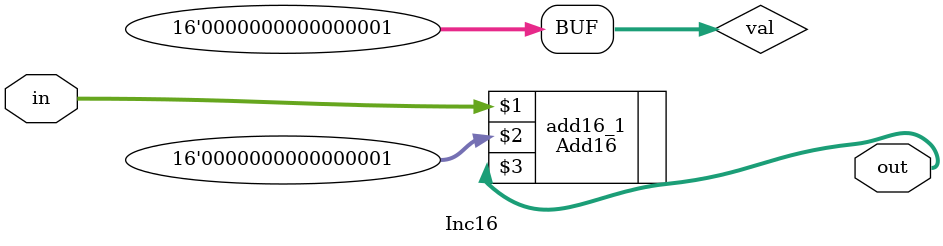
<source format=v>
module Inc16(
    input [15:0] in,
    output [15:0] out);

    wire [15:0] val;
    assign val = 16'h0001;

    Add16 add16_1(in, val, out);

endmodule
</source>
